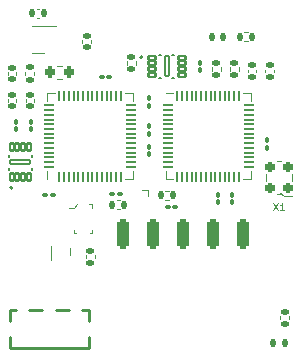
<source format=gbr>
%TF.GenerationSoftware,KiCad,Pcbnew,7.0.8*%
%TF.CreationDate,2024-04-11T03:43:44+02:00*%
%TF.ProjectId,Expansion_Card_Retrofit,45787061-6e73-4696-9f6e-5f436172645f,X1*%
%TF.SameCoordinates,Original*%
%TF.FileFunction,Legend,Top*%
%TF.FilePolarity,Positive*%
%FSLAX46Y46*%
G04 Gerber Fmt 4.6, Leading zero omitted, Abs format (unit mm)*
G04 Created by KiCad (PCBNEW 7.0.8) date 2024-04-11 03:43:44*
%MOMM*%
%LPD*%
G01*
G04 APERTURE LIST*
G04 Aperture macros list*
%AMRoundRect*
0 Rectangle with rounded corners*
0 $1 Rounding radius*
0 $2 $3 $4 $5 $6 $7 $8 $9 X,Y pos of 4 corners*
0 Add a 4 corners polygon primitive as box body*
4,1,4,$2,$3,$4,$5,$6,$7,$8,$9,$2,$3,0*
0 Add four circle primitives for the rounded corners*
1,1,$1+$1,$2,$3*
1,1,$1+$1,$4,$5*
1,1,$1+$1,$6,$7*
1,1,$1+$1,$8,$9*
0 Add four rect primitives between the rounded corners*
20,1,$1+$1,$2,$3,$4,$5,0*
20,1,$1+$1,$4,$5,$6,$7,0*
20,1,$1+$1,$6,$7,$8,$9,0*
20,1,$1+$1,$8,$9,$2,$3,0*%
G04 Aperture macros list end*
%ADD10C,0.101500*%
%ADD11C,0.120000*%
%ADD12C,0.254000*%
%ADD13C,0.100000*%
%ADD14C,0.127000*%
%ADD15C,0.200000*%
%ADD16RoundRect,0.135000X-0.185000X0.135000X-0.185000X-0.135000X0.185000X-0.135000X0.185000X0.135000X0*%
%ADD17R,0.800000X0.800000*%
%ADD18R,1.300000X1.000000*%
%ADD19RoundRect,0.135000X0.185000X-0.135000X0.185000X0.135000X-0.185000X0.135000X-0.185000X-0.135000X0*%
%ADD20RoundRect,0.147500X-0.147500X-0.172500X0.147500X-0.172500X0.147500X0.172500X-0.147500X0.172500X0*%
%ADD21RoundRect,0.100000X-0.130000X-0.100000X0.130000X-0.100000X0.130000X0.100000X-0.130000X0.100000X0*%
%ADD22RoundRect,0.200000X0.200000X0.250000X-0.200000X0.250000X-0.200000X-0.250000X0.200000X-0.250000X0*%
%ADD23RoundRect,0.100000X0.130000X0.100000X-0.130000X0.100000X-0.130000X-0.100000X0.130000X-0.100000X0*%
%ADD24RoundRect,0.200000X0.200000X0.275000X-0.200000X0.275000X-0.200000X-0.275000X0.200000X-0.275000X0*%
%ADD25RoundRect,0.100000X0.100000X-0.130000X0.100000X0.130000X-0.100000X0.130000X-0.100000X-0.130000X0*%
%ADD26RoundRect,0.140000X0.170000X-0.140000X0.170000X0.140000X-0.170000X0.140000X-0.170000X-0.140000X0*%
%ADD27RoundRect,0.102000X0.150000X-0.300000X0.150000X0.300000X-0.150000X0.300000X-0.150000X-0.300000X0*%
%ADD28RoundRect,0.102000X0.850000X-0.150000X0.850000X0.150000X-0.850000X0.150000X-0.850000X-0.150000X0*%
%ADD29RoundRect,0.050000X0.050000X-0.387500X0.050000X0.387500X-0.050000X0.387500X-0.050000X-0.387500X0*%
%ADD30RoundRect,0.050000X0.387500X-0.050000X0.387500X0.050000X-0.387500X0.050000X-0.387500X-0.050000X0*%
%ADD31R,3.200000X3.200000*%
%ADD32R,1.500000X1.500000*%
%ADD33R,0.400000X0.450000*%
%ADD34R,0.500000X0.450000*%
%ADD35RoundRect,0.250000X-0.250000X-1.000000X0.250000X-1.000000X0.250000X1.000000X-0.250000X1.000000X0*%
%ADD36R,0.425000X0.400000*%
%ADD37R,1.150000X0.950000*%
%ADD38R,0.800000X0.480000*%
%ADD39RoundRect,0.135000X-0.135000X-0.185000X0.135000X-0.185000X0.135000X0.185000X-0.135000X0.185000X0*%
%ADD40R,0.380000X1.000000*%
%ADD41R,0.700000X1.150000*%
%ADD42RoundRect,0.135000X0.135000X0.185000X-0.135000X0.185000X-0.135000X-0.185000X0.135000X-0.185000X0*%
%ADD43R,0.600000X0.420000*%
%ADD44RoundRect,0.100000X-0.100000X0.130000X-0.100000X-0.130000X0.100000X-0.130000X0.100000X0.130000X0*%
%ADD45RoundRect,0.102000X-0.300000X-0.150000X0.300000X-0.150000X0.300000X0.150000X-0.300000X0.150000X0*%
%ADD46RoundRect,0.102000X-0.150000X-0.850000X0.150000X-0.850000X0.150000X0.850000X-0.150000X0.850000X0*%
%ADD47RoundRect,0.050000X-0.387500X-0.050000X0.387500X-0.050000X0.387500X0.050000X-0.387500X0.050000X0*%
%ADD48RoundRect,0.050000X-0.050000X-0.387500X0.050000X-0.387500X0.050000X0.387500X-0.050000X0.387500X0*%
%ADD49R,0.250000X0.400000*%
%ADD50R,0.700000X0.400000*%
%ADD51C,2.200000*%
%ADD52RoundRect,0.140000X-0.140000X-0.170000X0.140000X-0.170000X0.140000X0.170000X-0.140000X0.170000X0*%
G04 APERTURE END LIST*
D10*
X131527076Y-92330784D02*
X131916542Y-92914984D01*
X131916542Y-92330784D02*
X131527076Y-92914984D01*
X132445104Y-92914984D02*
X132111276Y-92914984D01*
X132278190Y-92914984D02*
X132278190Y-92330784D01*
X132278190Y-92330784D02*
X132222552Y-92414241D01*
X132222552Y-92414241D02*
X132166914Y-92469879D01*
X132166914Y-92469879D02*
X132111276Y-92497698D01*
D11*
%TO.C,R4*%
X132880000Y-101858859D02*
X132880000Y-102166141D01*
X132120000Y-101858859D02*
X132120000Y-102166141D01*
%TO.C,R10*%
X128580000Y-80796359D02*
X128580000Y-81103641D01*
X127820000Y-80796359D02*
X127820000Y-81103641D01*
%TO.C,R9*%
X127080000Y-80796359D02*
X127080000Y-81103641D01*
X126320000Y-80796359D02*
X126320000Y-81103641D01*
D12*
%TO.C,S1*%
X109200000Y-101386500D02*
X109750000Y-101386500D01*
X109200000Y-102336500D02*
X109200000Y-101386500D01*
X109200000Y-103636500D02*
X109200000Y-104586500D01*
X109200000Y-104586500D02*
X115900000Y-104586500D01*
X110850000Y-101386500D02*
X111950000Y-101386500D01*
X113150000Y-101386500D02*
X114250000Y-101386500D01*
X115350000Y-101386500D02*
X115900000Y-101386500D01*
X115900000Y-102336500D02*
X115900000Y-101386500D01*
X115900000Y-104586500D02*
X115900000Y-103636500D01*
D11*
%TO.C,R2*%
X115620000Y-97003641D02*
X115620000Y-96696359D01*
X116380000Y-97003641D02*
X116380000Y-96696359D01*
%TO.C,R1*%
X119880000Y-80296359D02*
X119880000Y-80603641D01*
X119120000Y-80296359D02*
X119120000Y-80603641D01*
D13*
%TO.C,D1*%
X130960000Y-104162500D02*
G75*
G03*
X130960000Y-104162500I-50000J0D01*
G01*
D11*
%TO.C,X1*%
X133110000Y-89830000D02*
X133110000Y-90470000D01*
X132380000Y-91710000D02*
X133070000Y-91710000D01*
X132170000Y-88790000D02*
X131830000Y-88790000D01*
X132160000Y-91510000D02*
X131830000Y-91510000D01*
X130890000Y-89830000D02*
X130890000Y-90470000D01*
X132160000Y-91510000D02*
G75*
G03*
X132380000Y-91709999I310001J120002D01*
G01*
%TO.C,R11*%
X113637258Y-81772500D02*
X113162742Y-81772500D01*
X113637258Y-80727500D02*
X113162742Y-80727500D01*
%TO.C,R12*%
X111280000Y-81196359D02*
X111280000Y-81503641D01*
X110520000Y-81196359D02*
X110520000Y-81503641D01*
%TO.C,C8*%
X110540000Y-83757836D02*
X110540000Y-83542164D01*
X111260000Y-83757836D02*
X111260000Y-83542164D01*
D14*
%TO.C,U3*%
X109100000Y-89480000D02*
X109100000Y-89320000D01*
X111100000Y-89480000D02*
X111100000Y-89320000D01*
X109100000Y-88220000D02*
X109100000Y-88380000D01*
X111100000Y-88220000D02*
X111100000Y-88380000D01*
D15*
X109440000Y-91010000D02*
G75*
G03*
X109440000Y-91010000I-100000J0D01*
G01*
D11*
%TO.C,C9*%
X109040000Y-81457836D02*
X109040000Y-81242164D01*
X109760000Y-81457836D02*
X109760000Y-81242164D01*
%TO.C,C7*%
X109040000Y-83757836D02*
X109040000Y-83542164D01*
X109760000Y-83757836D02*
X109760000Y-83542164D01*
%TO.C,U2*%
X119610000Y-90260000D02*
X118960000Y-90260000D01*
X112390000Y-89610000D02*
X112390000Y-90260000D01*
X119610000Y-89610000D02*
X119610000Y-90260000D01*
X112390000Y-83690000D02*
X112390000Y-83040000D01*
X119610000Y-83690000D02*
X119610000Y-83040000D01*
X112390000Y-83040000D02*
X113040000Y-83040000D01*
X119610000Y-83040000D02*
X118960000Y-83040000D01*
%TO.C,Q2*%
X114300000Y-96150000D02*
X114300000Y-96750000D01*
X112700000Y-95950000D02*
X112700000Y-97150000D01*
%TO.C,U1*%
X111100000Y-79625000D02*
X112100000Y-79625000D01*
X111100000Y-77325000D02*
X113100000Y-77325000D01*
%TO.C,R16*%
X122346359Y-91270000D02*
X122653641Y-91270000D01*
X122346359Y-92030000D02*
X122653641Y-92030000D01*
%TO.C,C1*%
X115340000Y-78757836D02*
X115340000Y-78542164D01*
X116060000Y-78757836D02*
X116060000Y-78542164D01*
%TO.C,R17*%
X129353641Y-78630000D02*
X129046359Y-78630000D01*
X129353641Y-77870000D02*
X129046359Y-77870000D01*
%TO.C,R15*%
X118246359Y-92070000D02*
X118553641Y-92070000D01*
X118246359Y-92830000D02*
X118553641Y-92830000D01*
D13*
%TO.C,Q3*%
X116200000Y-92425000D02*
X115900000Y-92425000D01*
X114925000Y-92425000D02*
X114600000Y-92725000D01*
X116200000Y-92725000D02*
X116200000Y-92425000D01*
X114600000Y-92725000D02*
X114200000Y-92725000D01*
X116200000Y-94575000D02*
X116200000Y-94875000D01*
X114600000Y-94600000D02*
X114600000Y-94875000D01*
X116200000Y-94875000D02*
X115975000Y-94875000D01*
X114600000Y-94875000D02*
X114850000Y-94875000D01*
D11*
%TO.C,C15*%
X130840000Y-81257836D02*
X130840000Y-81042164D01*
X131560000Y-81257836D02*
X131560000Y-81042164D01*
D14*
%TO.C,U5*%
X121870000Y-79750000D02*
X122030000Y-79750000D01*
X121870000Y-81750000D02*
X122030000Y-81750000D01*
X123130000Y-79750000D02*
X122970000Y-79750000D01*
X123130000Y-81750000D02*
X122970000Y-81750000D01*
D15*
X120440000Y-79990000D02*
G75*
G03*
X120440000Y-79990000I-100000J0D01*
G01*
D11*
%TO.C,C14*%
X129340000Y-81257836D02*
X129340000Y-81042164D01*
X130060000Y-81257836D02*
X130060000Y-81042164D01*
%TO.C,U4*%
X122390000Y-90260000D02*
X122390000Y-89610000D01*
X123040000Y-83040000D02*
X122390000Y-83040000D01*
X123040000Y-90260000D02*
X122390000Y-90260000D01*
X128960000Y-83040000D02*
X129610000Y-83040000D01*
X128960000Y-90260000D02*
X129610000Y-90260000D01*
X129610000Y-83040000D02*
X129610000Y-83690000D01*
X129610000Y-90260000D02*
X129610000Y-89610000D01*
%TO.C,Q1*%
X120900000Y-91250000D02*
X120400000Y-91250000D01*
X120900000Y-91750000D02*
X120900000Y-91250000D01*
D13*
%TO.C,D2*%
X125760000Y-78250000D02*
G75*
G03*
X125760000Y-78250000I-50000J0D01*
G01*
D11*
%TO.C,C2*%
X111492164Y-75890000D02*
X111707836Y-75890000D01*
X111492164Y-76610000D02*
X111707836Y-76610000D01*
%TD*%
%LPC*%
D16*
%TO.C,R4*%
X132500000Y-101502500D03*
X132500000Y-102522500D03*
%TD*%
%TO.C,R10*%
X128200000Y-80440000D03*
X128200000Y-81460000D03*
%TD*%
%TO.C,R9*%
X126700000Y-80440000D03*
X126700000Y-81460000D03*
%TD*%
D17*
%TO.C,S1*%
X110300000Y-101086500D03*
X112550000Y-101086500D03*
X114800000Y-101086500D03*
D18*
X116150000Y-102986500D03*
X108950000Y-102986500D03*
%TD*%
D19*
%TO.C,R2*%
X116000000Y-97360000D03*
X116000000Y-96340000D03*
%TD*%
D16*
%TO.C,R1*%
X119500000Y-79940000D03*
X119500000Y-80960000D03*
%TD*%
D20*
%TO.C,D1*%
X131515000Y-104162500D03*
X132485000Y-104162500D03*
%TD*%
D21*
%TO.C,C18*%
X122580000Y-92650000D03*
X123220000Y-92650000D03*
%TD*%
D22*
%TO.C,X1*%
X132725000Y-91075000D03*
X132725000Y-89225000D03*
X131275000Y-89225000D03*
X131275000Y-91075000D03*
%TD*%
D23*
%TO.C,C10*%
X112820000Y-91650000D03*
X112180000Y-91650000D03*
%TD*%
D24*
%TO.C,R11*%
X114225000Y-81250000D03*
X112575000Y-81250000D03*
%TD*%
D25*
%TO.C,C5*%
X121000000Y-86470000D03*
X121000000Y-85830000D03*
%TD*%
D16*
%TO.C,R12*%
X110900000Y-80840000D03*
X110900000Y-81860000D03*
%TD*%
D26*
%TO.C,C8*%
X110900000Y-84130000D03*
X110900000Y-83170000D03*
%TD*%
D25*
%TO.C,C11*%
X109700000Y-86070000D03*
X109700000Y-85430000D03*
%TD*%
D27*
%TO.C,U3*%
X109350000Y-90100000D03*
X109850000Y-90100000D03*
X110350000Y-90100000D03*
X110850000Y-90100000D03*
X110850000Y-87600000D03*
X110350000Y-87600000D03*
X109850000Y-87600000D03*
X109350000Y-87600000D03*
D28*
X110100000Y-88850000D03*
%TD*%
D26*
%TO.C,C9*%
X109400000Y-81830000D03*
X109400000Y-80870000D03*
%TD*%
D25*
%TO.C,C6*%
X111000000Y-86070000D03*
X111000000Y-85430000D03*
%TD*%
D21*
%TO.C,C22*%
X117880000Y-91550000D03*
X118520000Y-91550000D03*
%TD*%
D26*
%TO.C,C7*%
X109400000Y-84130000D03*
X109400000Y-83170000D03*
%TD*%
D21*
%TO.C,C24*%
X116980000Y-81650000D03*
X117620000Y-81650000D03*
%TD*%
D29*
%TO.C,U2*%
X113400000Y-90087500D03*
X113800000Y-90087500D03*
X114200000Y-90087500D03*
X114600000Y-90087500D03*
X115000000Y-90087500D03*
X115400000Y-90087500D03*
X115800000Y-90087500D03*
X116200000Y-90087500D03*
X116600000Y-90087500D03*
X117000000Y-90087500D03*
X117400000Y-90087500D03*
X117800000Y-90087500D03*
X118200000Y-90087500D03*
X118600000Y-90087500D03*
D30*
X119437500Y-89250000D03*
X119437500Y-88850000D03*
X119437500Y-88450000D03*
X119437500Y-88050000D03*
X119437500Y-87650000D03*
X119437500Y-87250000D03*
X119437500Y-86850000D03*
X119437500Y-86450000D03*
X119437500Y-86050000D03*
X119437500Y-85650000D03*
X119437500Y-85250000D03*
X119437500Y-84850000D03*
X119437500Y-84450000D03*
X119437500Y-84050000D03*
D29*
X118600000Y-83212500D03*
X118200000Y-83212500D03*
X117800000Y-83212500D03*
X117400000Y-83212500D03*
X117000000Y-83212500D03*
X116600000Y-83212500D03*
X116200000Y-83212500D03*
X115800000Y-83212500D03*
X115400000Y-83212500D03*
X115000000Y-83212500D03*
X114600000Y-83212500D03*
X114200000Y-83212500D03*
X113800000Y-83212500D03*
X113400000Y-83212500D03*
D30*
X112562500Y-84050000D03*
X112562500Y-84450000D03*
X112562500Y-84850000D03*
X112562500Y-85250000D03*
X112562500Y-85650000D03*
X112562500Y-86050000D03*
X112562500Y-86450000D03*
X112562500Y-86850000D03*
X112562500Y-87250000D03*
X112562500Y-87650000D03*
X112562500Y-88050000D03*
X112562500Y-88450000D03*
X112562500Y-88850000D03*
X112562500Y-89250000D03*
D31*
X116000000Y-86650000D03*
%TD*%
D32*
%TO.C,TP1*%
X115300000Y-76000000D03*
%TD*%
D33*
%TO.C,Q2*%
X113100000Y-97025000D03*
X113900000Y-97025000D03*
D34*
X113500000Y-95875000D03*
%TD*%
D35*
%TO.C,J1*%
X118820000Y-94975000D03*
X121360000Y-94975000D03*
X123900000Y-94975000D03*
X126440000Y-94975000D03*
X128980000Y-94975000D03*
%TD*%
D36*
%TO.C,U1*%
X113037500Y-79125000D03*
X113037500Y-78475000D03*
X113037500Y-77825000D03*
X111162500Y-77825000D03*
X111162500Y-78475000D03*
X111162500Y-79125000D03*
D37*
X112100000Y-78800000D03*
D38*
X112100000Y-77775000D03*
%TD*%
D32*
%TO.C,TP3*%
X126700000Y-76000000D03*
%TD*%
D39*
%TO.C,R16*%
X121990000Y-91650000D03*
X123010000Y-91650000D03*
%TD*%
D40*
%TO.C,P1*%
X118250000Y-77040000D03*
X118750000Y-77040000D03*
X119250000Y-77040000D03*
X119750000Y-77040000D03*
X120250000Y-77040000D03*
X120750000Y-77040000D03*
X121250000Y-77040000D03*
X121750000Y-77040000D03*
X122250000Y-77040000D03*
X122750000Y-77040000D03*
X123250000Y-77040000D03*
X123750000Y-77040000D03*
D41*
X117580000Y-77880000D03*
%TD*%
D26*
%TO.C,C1*%
X115700000Y-79130000D03*
X115700000Y-78170000D03*
%TD*%
D42*
%TO.C,R17*%
X129710000Y-78250000D03*
X128690000Y-78250000D03*
%TD*%
D39*
%TO.C,R15*%
X117890000Y-92450000D03*
X118910000Y-92450000D03*
%TD*%
D43*
%TO.C,Q3*%
X114450000Y-93000000D03*
X114450000Y-93650000D03*
X114450000Y-94300000D03*
X116350000Y-94300000D03*
X116350000Y-93650000D03*
X116350000Y-93000000D03*
%TD*%
D44*
%TO.C,C12*%
X128000000Y-91630000D03*
X128000000Y-92270000D03*
%TD*%
%TO.C,C20*%
X126800000Y-91630000D03*
X126800000Y-92270000D03*
%TD*%
D25*
%TO.C,C21*%
X131000000Y-87650000D03*
X131000000Y-87010000D03*
%TD*%
D26*
%TO.C,C15*%
X131200000Y-81630000D03*
X131200000Y-80670000D03*
%TD*%
D25*
%TO.C,C16*%
X121000000Y-84070000D03*
X121000000Y-83430000D03*
%TD*%
D45*
%TO.C,U5*%
X121250000Y-80000000D03*
X121250000Y-80500000D03*
X121250000Y-81000000D03*
X121250000Y-81500000D03*
X123750000Y-81500000D03*
X123750000Y-81000000D03*
X123750000Y-80500000D03*
X123750000Y-80000000D03*
D46*
X122500000Y-80750000D03*
%TD*%
D26*
%TO.C,C14*%
X129700000Y-81630000D03*
X129700000Y-80670000D03*
%TD*%
D47*
%TO.C,U4*%
X122562500Y-84050000D03*
X122562500Y-84450000D03*
X122562500Y-84850000D03*
X122562500Y-85250000D03*
X122562500Y-85650000D03*
X122562500Y-86050000D03*
X122562500Y-86450000D03*
X122562500Y-86850000D03*
X122562500Y-87250000D03*
X122562500Y-87650000D03*
X122562500Y-88050000D03*
X122562500Y-88450000D03*
X122562500Y-88850000D03*
X122562500Y-89250000D03*
D48*
X123400000Y-90087500D03*
X123800000Y-90087500D03*
X124200000Y-90087500D03*
X124600000Y-90087500D03*
X125000000Y-90087500D03*
X125400000Y-90087500D03*
X125800000Y-90087500D03*
X126200000Y-90087500D03*
X126600000Y-90087500D03*
X127000000Y-90087500D03*
X127400000Y-90087500D03*
X127800000Y-90087500D03*
X128200000Y-90087500D03*
X128600000Y-90087500D03*
D47*
X129437500Y-89250000D03*
X129437500Y-88850000D03*
X129437500Y-88450000D03*
X129437500Y-88050000D03*
X129437500Y-87650000D03*
X129437500Y-87250000D03*
X129437500Y-86850000D03*
X129437500Y-86450000D03*
X129437500Y-86050000D03*
X129437500Y-85650000D03*
X129437500Y-85250000D03*
X129437500Y-84850000D03*
X129437500Y-84450000D03*
X129437500Y-84050000D03*
D48*
X128600000Y-83212500D03*
X128200000Y-83212500D03*
X127800000Y-83212500D03*
X127400000Y-83212500D03*
X127000000Y-83212500D03*
X126600000Y-83212500D03*
X126200000Y-83212500D03*
X125800000Y-83212500D03*
X125400000Y-83212500D03*
X125000000Y-83212500D03*
X124600000Y-83212500D03*
X124200000Y-83212500D03*
X123800000Y-83212500D03*
X123400000Y-83212500D03*
D31*
X126000000Y-86650000D03*
%TD*%
D25*
%TO.C,C13*%
X125300000Y-81070000D03*
X125300000Y-80430000D03*
%TD*%
D44*
%TO.C,C19*%
X121000000Y-87530000D03*
X121000000Y-88170000D03*
%TD*%
D49*
%TO.C,Q1*%
X120625000Y-91600000D03*
X120175000Y-91600000D03*
D50*
X120400000Y-92300000D03*
%TD*%
D20*
%TO.C,D2*%
X126315000Y-78250000D03*
X127285000Y-78250000D03*
%TD*%
D51*
%TO.C,H2*%
X132300000Y-94500000D03*
%TD*%
%TO.C,H1*%
X109700000Y-94500000D03*
%TD*%
D52*
%TO.C,C2*%
X111120000Y-76250000D03*
X112080000Y-76250000D03*
%TD*%
%LPD*%
M02*

</source>
